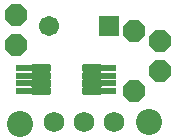
<source format=gbr>
G04 EAGLE Gerber RS-274X export*
G75*
%MOMM*%
%FSLAX34Y34*%
%LPD*%
%INSoldermask Top*%
%IPPOS*%
%AMOC8*
5,1,8,0,0,1.08239X$1,22.5*%
G01*
%ADD10R,1.432556X0.477519*%
%ADD11C,2.203200*%
%ADD12R,1.711200X1.711200*%
%ADD13C,1.711200*%
%ADD14P,2.034460X8X112.500000*%
%ADD15P,2.034460X8X292.500000*%
%ADD16C,0.321103*%
%ADD17C,1.727200*%


D10*
X106705Y106553D03*
X106705Y113081D03*
X106705Y100076D03*
X106680Y93548D03*
X177419Y106502D03*
X177419Y113030D03*
X177419Y100025D03*
X177394Y93497D03*
D11*
X102870Y66040D03*
X211836Y67056D03*
D12*
X178660Y148561D03*
D13*
X127660Y148561D03*
D14*
X221183Y110236D03*
X221183Y135636D03*
D15*
X199847Y144501D03*
X199847Y93701D03*
D14*
X99797Y132791D03*
X99797Y158191D03*
D16*
X113852Y111241D02*
X127374Y111241D01*
X113852Y111241D02*
X113852Y114863D01*
X127374Y114863D01*
X127374Y111241D01*
X127374Y114291D02*
X113852Y114291D01*
X113852Y104741D02*
X127374Y104741D01*
X113852Y104741D02*
X113852Y108363D01*
X127374Y108363D01*
X127374Y104741D01*
X127374Y107791D02*
X113852Y107791D01*
X113852Y98241D02*
X127374Y98241D01*
X113852Y98241D02*
X113852Y101863D01*
X127374Y101863D01*
X127374Y98241D01*
X127374Y101291D02*
X113852Y101291D01*
X113852Y91741D02*
X127374Y91741D01*
X113852Y91741D02*
X113852Y95363D01*
X127374Y95363D01*
X127374Y91741D01*
X127374Y94791D02*
X113852Y94791D01*
X156852Y91741D02*
X170374Y91741D01*
X156852Y91741D02*
X156852Y95363D01*
X170374Y95363D01*
X170374Y91741D01*
X170374Y94791D02*
X156852Y94791D01*
X156852Y98241D02*
X170374Y98241D01*
X156852Y98241D02*
X156852Y101863D01*
X170374Y101863D01*
X170374Y98241D01*
X170374Y101291D02*
X156852Y101291D01*
X156852Y104741D02*
X170374Y104741D01*
X156852Y104741D02*
X156852Y108363D01*
X170374Y108363D01*
X170374Y104741D01*
X170374Y107791D02*
X156852Y107791D01*
X156852Y111241D02*
X170374Y111241D01*
X156852Y111241D02*
X156852Y114863D01*
X170374Y114863D01*
X170374Y111241D01*
X170374Y114291D02*
X156852Y114291D01*
D17*
X131928Y67158D03*
X157328Y67158D03*
X182728Y67158D03*
M02*

</source>
